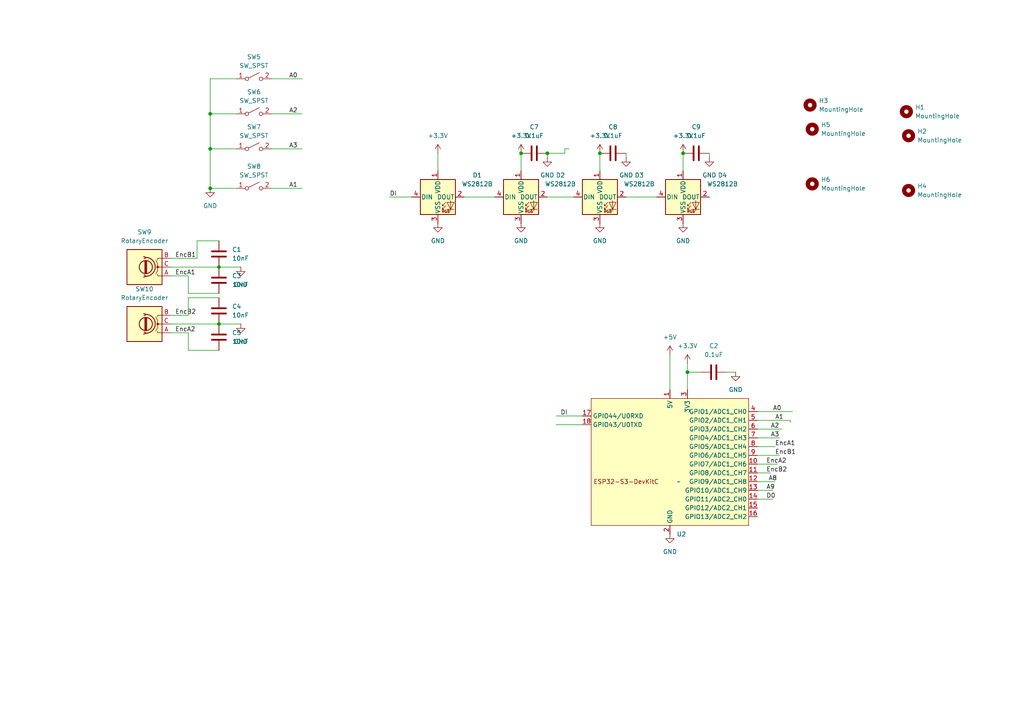
<source format=kicad_sch>
(kicad_sch (version 20231120) (generator "eeschema") (generator_version "8.0")
  (paper "A4")
  (lib_symbols
    (symbol "Device:C" (pin_numbers hide) (pin_names (offset 0.254))
      (property "Reference" "C" (at 0.635 2.54 0))
      (property "Value" "C" (at 0.635 -2.54 0))
      (symbol "C_0_1"
        (polyline (pts (xy -2.032 -0.762) (xy 2.032 -0.762)) (stroke (width 0.508)))
        (polyline (pts (xy -2.032 0.762) (xy 2.032 0.762)) (stroke (width 0.508)))
      )
      (symbol "C_1_1"
        (pin passive line (at 0 3.81 270) (length 2.794) (name "~") (number "1"))
        (pin passive line (at 0 -3.81 90) (length 2.794) (name "~") (number "2"))
      )
    )
    (symbol "Device:RotaryEncoder" (pin_names (offset 0.254) hide)
      (property "Reference" "SW" (at 0 6.604 0))
      (property "Value" "RotaryEncoder" (at 0 -6.604 0))
      (symbol "RotaryEncoder_0_1"
        (rectangle (start -5.08 5.08) (end 5.08 -5.08) (stroke (width 0.254)) (fill (type background)))
        (circle (center -3.81 0) (radius 0.254) (fill (type outline)))
        (circle (center -0.381 0) (radius 1.905) (stroke (width 0.254)))
        (arc (start -0.381 2.667) (mid -3.0988 -0.0635) (end -0.381 -2.794) (stroke (width 0.254)))
        (polyline (pts (xy -0.635 -1.778) (xy -0.635 1.778)) (stroke (width 0.254)))
        (polyline (pts (xy -0.381 -1.778) (xy -0.381 1.778)) (stroke (width 0.254)))
        (polyline (pts (xy -0.127 1.778) (xy -0.127 -1.778)) (stroke (width 0.254)))
        (polyline (pts (xy -5.08 -2.54) (xy -3.81 -2.54) (xy -3.81 -2.032)))
        (polyline (pts (xy -5.08 2.54) (xy -3.81 2.54) (xy -3.81 2.032)))
        (polyline (pts (xy 0.254 -3.048) (xy -0.508 -2.794) (xy 0.127 -2.413)) (stroke (width 0.254)))
        (polyline (pts (xy 0.254 2.921) (xy -0.508 2.667) (xy 0.127 2.286)) (stroke (width 0.254)))
        (polyline (pts (xy -5.08 0) (xy -3.81 0) (xy -3.81 -1.016) (xy -3.302 -2.032)))
        (polyline (pts (xy -4.318 0) (xy -3.81 0) (xy -3.81 1.016) (xy -3.302 2.032)))
      )
      (symbol "RotaryEncoder_1_1"
        (pin passive line (at -7.62 2.54 0) (length 2.54) (name "A") (number "A"))
        (pin passive line (at -7.62 -2.54 0) (length 2.54) (name "B") (number "B"))
        (pin passive line (at -7.62 0 0) (length 2.54) (name "C") (number "C"))
      )
    )
    (symbol "LED:WS2812B" (pin_names (offset 0.254))
      (property "Reference" "D" (at 5.08 5.715 0))
      (property "Value" "WS2812B" (at 1.27 -5.715 0))
      (symbol "WS2812B_0_0"
        (text "RGB" (at 2.286 -4.191 0) (effects (font (size 0.762 0.762))))
      )
      (symbol "WS2812B_0_1"
        (polyline (pts (xy 1.27 -3.556) (xy 1.778 -3.556)))
        (polyline (pts (xy 1.27 -2.54) (xy 1.778 -2.54)))
        (polyline (pts (xy 4.699 -3.556) (xy 2.667 -3.556)))
        (polyline (pts (xy 2.286 -2.54) (xy 1.27 -3.556) (xy 1.27 -3.048)))
        (polyline (pts (xy 2.286 -1.524) (xy 1.27 -2.54) (xy 1.27 -2.032)))
        (polyline (pts (xy 3.683 -1.016) (xy 3.683 -3.556) (xy 3.683 -4.064)))
        (polyline (pts (xy 4.699 -1.524) (xy 2.667 -1.524) (xy 3.683 -3.556) (xy 4.699 -1.524)))
        (rectangle (start 5.08 5.08) (end -5.08 -5.08) (stroke (width 0.254)) (fill (type background)))
      )
      (symbol "WS2812B_1_1"
        (pin power_in line (at 0 7.62 270) (length 2.54) (name "VDD") (number "1"))
        (pin output line (at 7.62 0 180) (length 2.54) (name "DOUT") (number "2"))
        (pin power_in line (at 0 -7.62 90) (length 2.54) (name "VSS") (number "3"))
        (pin input line (at -7.62 0 0) (length 2.54) (name "DIN") (number "4"))
      )
    )
    (symbol "Mechanical:MountingHole" (pin_names (offset 1.016)) (exclude_from_sim yes) (in_bom no)
      (property "Reference" "H" (at 0 5.08 0))
      (property "Value" "MountingHole" (at 0 3.175 0))
      (symbol "MountingHole_0_1"
        (circle (center 0 0) (radius 1.27) (stroke (width 1.27)))
      )
    )
    (symbol "Switch:SW_SPST" (pin_names (offset 0) hide)
      (property "Reference" "SW" (at 0 3.175 0))
      (property "Value" "SW_SPST" (at 0 -2.54 0))
      (symbol "SW_SPST_0_0"
        (circle (center -2.032 0) (radius 0.508))
        (polyline (pts (xy -1.524 0.254) (xy 1.524 1.778)))
        (circle (center 2.032 0) (radius 0.508))
      )
      (symbol "SW_SPST_1_1"
        (pin passive line (at -5.08 0 0) (length 2.54) (name "A") (number "1"))
        (pin passive line (at 5.08 0 180) (length 2.54) (name "B") (number "2"))
      )
    )
    (symbol "hattwick:Wifiduino-ESP32S3"
      (property "Reference" "U" (at -22.86 46.99 0))
      (symbol "Wifiduino-ESP32S3_0_0"
        (text "ESP32-S3-DevKitC" (at -15.24 0 0) (effects (font (size 1.27 1.27))))
      )
      (symbol "Wifiduino-ESP32S3_0_1"
        (rectangle (start -25.4 24.13) (end 20.32 -12.7) (fill (type background)))
      )
      (symbol "Wifiduino-ESP32S3_1_0"
        (pin bidirectional line (at 22.86 -10.16 180) (length 2.54) (name "GPIO13/ADC2_CH2") (number "16"))
        (pin bidirectional line (at -27.94 19.05 0) (length 2.54) (name "GPIO44/U0RXD") (number "17"))
        (pin bidirectional line (at -27.94 16.51 0) (length 2.54) (name "GPIO43/U0TXD") (number "18"))
        (pin power_in line (at -2.54 -15.24 90) (length 2.54) (name "GND") (number "2"))
        (pin bidirectional line (at 22.86 20.32 180) (length 2.54) (name "GPIO1/ADC1_CH0") (number "4"))
        (pin bidirectional line (at 22.86 17.78 180) (length 2.54) (name "GPIO2/ADC1_CH1") (number "5"))
      )
      (symbol "Wifiduino-ESP32S3_1_1"
        (pin power_in line (at -2.54 26.67 270) (length 2.54) (name "5V") (number "1"))
        (pin bidirectional line (at 22.86 5.08 180) (length 2.54) (name "GPIO7/ADC1_CH6") (number "10"))
        (pin bidirectional line (at 22.86 2.54 180) (length 2.54) (name "GPIO8/ADC1_CH7") (number "11"))
        (pin bidirectional line (at 22.86 0 180) (length 2.54) (name "GPIO9/ADC1_CH8") (number "12"))
        (pin bidirectional line (at 22.86 -2.54 180) (length 2.54) (name "GPIO10/ADC1_CH9") (number "13"))
        (pin bidirectional line (at 22.86 -5.08 180) (length 2.54) (name "GPIO11/ADC2_CH0") (number "14"))
        (pin bidirectional line (at 22.86 -7.62 180) (length 2.54) (name "GPIO12/ADC2_CH1") (number "15"))
        (pin power_in line (at 2.54 26.67 270) (length 2.54) (name "3V3") (number "3"))
        (pin bidirectional line (at 22.86 15.24 180) (length 2.54) (name "GPIO3/ADC1_CH2") (number "6"))
        (pin bidirectional line (at 22.86 12.7 180) (length 2.54) (name "GPIO4/ADC1_CH3") (number "7"))
        (pin bidirectional line (at 22.86 10.16 180) (length 2.54) (name "GPIO5/ADC1_CH4") (number "8"))
        (pin bidirectional line (at 22.86 7.62 180) (length 2.54) (name "GPIO6/ADC1_CH5") (number "9"))
      )
    )
    (symbol "power:+3.3V" (power) (pin_numbers hide) (pin_names (offset 0) hide)
      (property "Value" "+3.3V" (at 0 3.556 0))
      (symbol "+3.3V_0_1"
        (polyline (pts (xy -0.762 1.27) (xy 0 2.54)))
        (polyline (pts (xy 0 0) (xy 0 2.54)))
        (polyline (pts (xy 0 2.54) (xy 0.762 1.27)))
      )
      (symbol "+3.3V_1_1"
        (pin power_in line (at 0 0 90) (length 0) (name "~") (number "1"))
      )
    )
    (symbol "power:+5V" (power) (pin_numbers hide) (pin_names (offset 0) hide)
      (property "Value" "+5V" (at 0 3.556 0))
      (symbol "+5V_0_1"
        (polyline (pts (xy -0.762 1.27) (xy 0 2.54)))
        (polyline (pts (xy 0 0) (xy 0 2.54)))
        (polyline (pts (xy 0 2.54) (xy 0.762 1.27)))
      )
      (symbol "+5V_1_1"
        (pin power_in line (at 0 0 90) (length 0) (name "~") (number "1"))
      )
    )
    (symbol "power:GND" (power) (pin_numbers hide) (pin_names (offset 0) hide)
      (property "Value" "GND" (at 0 -3.81 0))
      (symbol "GND_0_1"
        (polyline (pts (xy 0 0) (xy 0 -1.27) (xy 1.27 -1.27) (xy 0 -2.54) (xy -1.27 -1.27) (xy 0 -1.27)))
      )
      (symbol "GND_1_1"
        (pin power_in line (at 0 0 270) (length 0) (name "~") (number "1"))
      )
    )
  )
  (junction (at 60.96 33.02))
  (junction (at 63.5 77.47))
  (junction (at 199.39 107.95))
  (junction (at 158.75 44.45))
  (junction (at 63.5 93.98))
  (junction (at 198.12 44.45))
  (junction (at 60.96 54.61))
  (junction (at 60.96 43.18))
  (junction (at 173.99 44.45))
  (junction (at 151.13 44.45))
  (wire (pts (xy 57.15 74.93) (xy 57.15 69.85)))
  (wire (pts (xy 219.71 134.62) (xy 225.425 134.62)))
  (wire (pts (xy 219.71 144.78) (xy 224.155 144.78)))
  (wire (pts (xy 181.61 44.45) (xy 181.61 45.72)))
  (wire (pts (xy 219.71 121.92) (xy 229.235 121.92)))
  (wire (pts (xy 219.71 129.54) (xy 224.79 129.54)))
  (wire (pts (xy 229.235 121.92) (xy 229.235 122.555)))
  (wire (pts (xy 49.53 91.44) (xy 54.61 91.44)))
  (wire (pts (xy 181.61 57.15) (xy 190.5 57.15)))
  (wire (pts (xy 199.39 107.95) (xy 199.39 113.03)))
  (wire (pts (xy 205.74 44.45) (xy 205.74 45.72)))
  (wire (pts (xy 199.39 105.41) (xy 199.39 107.95)))
  (wire (pts (xy 113.03 57.15) (xy 119.38 57.15)))
  (wire (pts (xy 219.71 139.7) (xy 224.79 139.7)))
  (wire (pts (xy 60.96 43.18) (xy 68.58 43.18)))
  (wire (pts (xy 54.61 85.09) (xy 63.5 85.09)))
  (wire (pts (xy 63.5 77.47) (xy 69.85 77.47)))
  (wire (pts (xy 219.71 124.46) (xy 226.695 124.46)))
  (wire (pts (xy 163.83 43.18) (xy 163.83 44.45)))
  (wire (pts (xy 151.13 44.45) (xy 151.13 49.53)))
  (wire (pts (xy 219.71 119.38) (xy 229.87 119.38)))
  (wire (pts (xy 49.53 74.93) (xy 57.15 74.93)))
  (wire (pts (xy 219.71 137.16) (xy 223.52 137.16)))
  (wire (pts (xy 158.75 44.45) (xy 158.75 45.72)))
  (wire (pts (xy 60.96 33.02) (xy 60.96 43.18)))
  (wire (pts (xy 60.96 22.86) (xy 68.58 22.86)))
  (wire (pts (xy 60.96 54.61) (xy 68.58 54.61)))
  (wire (pts (xy 158.75 57.15) (xy 166.37 57.15)))
  (wire (pts (xy 127 44.45) (xy 127 49.53)))
  (wire (pts (xy 49.53 80.01) (xy 54.61 80.01)))
  (wire (pts (xy 199.39 107.95) (xy 203.2 107.95)))
  (wire (pts (xy 78.74 22.86) (xy 87.63 22.86)))
  (wire (pts (xy 165.1 43.18) (xy 163.83 43.18)))
  (wire (pts (xy 54.61 96.52) (xy 54.61 101.6)))
  (wire (pts (xy 49.53 93.98) (xy 63.5 93.98)))
  (wire (pts (xy 54.61 86.36) (xy 63.5 86.36)))
  (wire (pts (xy 54.61 85.09) (xy 54.61 80.01)))
  (wire (pts (xy 219.71 127) (xy 226.06 127)))
  (wire (pts (xy 219.71 142.24) (xy 224.155 142.24)))
  (wire (pts (xy 134.62 57.15) (xy 143.51 57.15)))
  (wire (pts (xy 54.61 101.6) (xy 63.5 101.6)))
  (wire (pts (xy 163.83 44.45) (xy 158.75 44.45)))
  (wire (pts (xy 63.5 93.98) (xy 69.85 93.98)))
  (wire (pts (xy 60.96 22.86) (xy 60.96 33.02)))
  (wire (pts (xy 210.82 107.95) (xy 213.36 107.95)))
  (wire (pts (xy 219.71 132.08) (xy 226.06 132.08)))
  (wire (pts (xy 78.74 54.61) (xy 87.63 54.61)))
  (wire (pts (xy 78.74 33.02) (xy 87.63 33.02)))
  (wire (pts (xy 54.61 91.44) (xy 54.61 86.36)))
  (wire (pts (xy 63.5 69.85) (xy 57.15 69.85)))
  (wire (pts (xy 161.29 123.19) (xy 168.91 123.19)))
  (wire (pts (xy 60.96 43.18) (xy 60.96 54.61)))
  (wire (pts (xy 198.12 44.45) (xy 198.12 49.53)))
  (wire (pts (xy 49.53 96.52) (xy 54.61 96.52)))
  (wire (pts (xy 161.29 120.65) (xy 168.91 120.65)))
  (wire (pts (xy 194.31 102.87) (xy 194.31 113.03)))
  (wire (pts (xy 60.96 33.02) (xy 68.58 33.02)))
  (wire (pts (xy 173.99 44.45) (xy 173.99 49.53)))
  (wire (pts (xy 78.74 43.18) (xy 87.63 43.18)))
  (wire (pts (xy 49.53 77.47) (xy 63.5 77.47)))
  (label "A0" (at 83.82 22.86 0))
  (label "A1" (at 83.82 54.61 0))
  (label "A9" (at 222.25 142.24 0))
  (label "EncA1" (at 224.79 129.54 0))
  (label "DI" (at 162.56 120.65 0))
  (label "A2" (at 223.52 124.46 0))
  (label "A0" (at 224.155 119.38 0))
  (label "A3" (at 223.52 127 0))
  (label "EncB2" (at 50.8 91.44 0))
  (label "EncA2" (at 50.8 96.52 0))
  (label "A3" (at 83.82 43.18 0))
  (label "A8" (at 222.885 139.7 0))
  (label "EncB2" (at 222.25 137.16 0))
  (label "A2" (at 83.82 33.02 0))
  (label "D0" (at 222.25 144.78 0))
  (label "EncA2" (at 222.25 134.62 0))
  (label "EncA1" (at 50.8 80.01 0))
  (label "EncB1" (at 224.79 132.08 0))
  (label "A1" (at 224.79 121.92 0))
  (label "DI" (at 113.03 57.15 0))
  (label "EncB1" (at 50.8 74.93 0))
  (symbol (lib_id "Mechanical:MountingHole") (at 235.585 37.465 0) (unit 1)
    (property "Reference" "H5" (at 238.125 36.195 0) (effects (justify left)))
    (property "Value" "MountingHole" (at 238.125 38.735 0) (effects (justify left)))
    (property "Footprint" "MountingHole:MountingHole_3.2mm_M3" (effects (hide yes)))
    (property "Description" "Mounting Hole without connection" (effects (hide yes)))
  )
  (symbol (lib_id "Switch:SW_SPST") (at 73.66 43.18 0) (unit 1)
    (property "Reference" "SW7" (at 73.66 36.83 0))
    (property "Value" "SW_SPST" (at 73.66 39.37 0))
    (property "Footprint" "Button_Switch_Keyboard:SW_Cherry_MX_1.00u_PCB" (effects (hide yes)))
    (property "Description" "Single Pole Single Throw (SPST) switch" (effects (hide yes)))
  )
  (symbol (lib_id "LED:WS2812B") (at 173.99 57.15 0) (unit 1)
    (property "Reference" "D3" (at 185.42 50.8314 0))
    (property "Value" "WS2812B" (at 185.42 53.3714 0))
    (property "Footprint" "LED_SMD:LED_WS2812B_PLCC4_5.0x5.0mm_P3.2mm" (effects (hide yes)))
    (property "Datasheet" "https://cdn-shop.adafruit.com/datasheets/WS2812B.pdf" (effects (hide yes)))
    (property "Description" "RGB LED with integrated controller" (effects (hide yes)))
  )
  (symbol (lib_id "Device:C") (at 154.94 44.45 270) (unit 1)
    (property "Reference" "C7" (at 154.94 36.83 90))
    (property "Value" "0.1uF" (at 154.94 39.37 90))
    (property "Footprint" "Capacitor_SMD:C_0805_2012Metric_Pad1.18x1.45mm_HandSolder" (effects (hide yes)))
    (property "Description" "Unpolarized capacitor" (effects (hide yes)))
  )
  (symbol (lib_id "power:+3.3V") (at 173.99 44.45 0) (unit 1)
    (property "Reference" "#PWR013" (effects (hide yes)))
    (property "Value" "+3.3V" (at 173.99 39.37 0))
    (property "Description" "Power symbol creates a global label with name \"+3.3V\"" (effects (hide yes)))
  )
  (symbol (lib_id "power:+3.3V") (at 198.12 44.45 0) (unit 1)
    (property "Reference" "#PWR011" (effects (hide yes)))
    (property "Value" "+3.3V" (at 198.12 39.37 0))
    (property "Description" "Power symbol creates a global label with name \"+3.3V\"" (effects (hide yes)))
  )
  (symbol (lib_id "Device:C") (at 63.5 90.17 0) (unit 1)
    (property "Reference" "C4" (at 67.31 88.8999 0) (effects (justify left)))
    (property "Value" "10nF" (at 67.31 91.4399 0) (effects (justify left)))
    (property "Footprint" "Capacitor_SMD:C_0805_2012Metric_Pad1.18x1.45mm_HandSolder" (effects (hide yes)))
    (property "Description" "Unpolarized capacitor" (effects (hide yes)))
  )
  (symbol (lib_id "LED:WS2812B") (at 198.12 57.15 0) (unit 1)
    (property "Reference" "D4" (at 209.55 50.8314 0))
    (property "Value" "WS2812B" (at 209.55 53.3714 0))
    (property "Footprint" "LED_SMD:LED_WS2812B_PLCC4_5.0x5.0mm_P3.2mm" (effects (hide yes)))
    (property "Datasheet" "https://cdn-shop.adafruit.com/datasheets/WS2812B.pdf" (effects (hide yes)))
    (property "Description" "RGB LED with integrated controller" (effects (hide yes)))
  )
  (symbol (lib_id "Mechanical:MountingHole") (at 263.525 39.37 0) (unit 1)
    (property "Reference" "H2" (at 266.065 38.1 0) (effects (justify left)))
    (property "Value" "MountingHole" (at 266.065 40.64 0) (effects (justify left)))
    (property "Footprint" "MountingHole:MountingHole_3.2mm_M3" (effects (hide yes)))
    (property "Description" "Mounting Hole without connection" (effects (hide yes)))
  )
  (symbol (lib_id "power:GND") (at 198.12 64.77 0) (unit 1)
    (property "Reference" "#PWR014" (effects (hide yes)))
    (property "Value" "GND" (at 198.12 69.85 0))
    (property "Description" "Power symbol creates a global label with name \"GND\" , ground" (effects (hide yes)))
  )
  (symbol (lib_id "Switch:SW_SPST") (at 73.66 22.86 0) (unit 1)
    (property "Reference" "SW5" (at 73.66 16.51 0))
    (property "Value" "SW_SPST" (at 73.66 19.05 0))
    (property "Footprint" "Button_Switch_Keyboard:SW_Cherry_MX_1.00u_PCB" (effects (hide yes)))
    (property "Description" "Single Pole Single Throw (SPST) switch" (effects (hide yes)))
  )
  (symbol (lib_id "power:+3.3V") (at 151.13 44.45 0) (unit 1)
    (property "Reference" "#PWR015" (effects (hide yes)))
    (property "Value" "+3.3V" (at 151.13 39.37 0))
    (property "Description" "Power symbol creates a global label with name \"+3.3V\"" (effects (hide yes)))
  )
  (symbol (lib_id "power:GND") (at 151.13 64.77 0) (unit 1)
    (property "Reference" "#PWR08" (effects (hide yes)))
    (property "Value" "GND" (at 151.13 69.85 0))
    (property "Description" "Power symbol creates a global label with name \"GND\" , ground" (effects (hide yes)))
  )
  (symbol (lib_id "Mechanical:MountingHole") (at 263.525 55.245 0) (unit 1)
    (property "Reference" "H4" (at 266.065 53.975 0) (effects (justify left)))
    (property "Value" "MountingHole" (at 266.065 56.515 0) (effects (justify left)))
    (property "Footprint" "MountingHole:MountingHole_3.2mm_M3" (effects (hide yes)))
    (property "Description" "Mounting Hole without connection" (effects (hide yes)))
  )
  (symbol (lib_id "hattwick:Wifiduino-ESP32S3") (at 196.85 139.7 0) (unit 1)
    (property "Reference" "U2" (at 196.2659 154.94 0) (effects (justify left)))
    (property "Value" "~" (at 196.85 139.7 0))
    (property "Footprint" "ih_kicad:Wifiduino-ESP32S3-SMD" (effects (hide yes)))
  )
  (symbol (lib_id "power:GND") (at 69.85 93.98 0) (unit 1)
    (property "Reference" "#PWR05" (effects (hide yes)))
    (property "Value" "GND" (at 69.85 99.06 0))
    (property "Description" "Power symbol creates a global label with name \"GND\" , ground" (effects (hide yes)))
  )
  (symbol (lib_id "power:GND") (at 173.99 64.77 0) (unit 1)
    (property "Reference" "#PWR012" (effects (hide yes)))
    (property "Value" "GND" (at 173.99 69.85 0))
    (property "Description" "Power symbol creates a global label with name \"GND\" , ground" (effects (hide yes)))
  )
  (symbol (lib_id "LED:WS2812B") (at 151.13 57.15 0) (unit 1)
    (property "Reference" "D2" (at 162.56 50.8314 0))
    (property "Value" "WS2812B" (at 162.56 53.3714 0))
    (property "Footprint" "LED_SMD:LED_WS2812B_PLCC4_5.0x5.0mm_P3.2mm" (effects (hide yes)))
    (property "Datasheet" "https://cdn-shop.adafruit.com/datasheets/WS2812B.pdf" (effects (hide yes)))
    (property "Description" "RGB LED with integrated controller" (effects (hide yes)))
  )
  (symbol (lib_id "power:GND") (at 181.61 45.72 0) (unit 1)
    (property "Reference" "#PWR018" (effects (hide yes)))
    (property "Value" "GND" (at 181.61 50.8 0))
    (property "Description" "Power symbol creates a global label with name \"GND\" , ground" (effects (hide yes)))
  )
  (symbol (lib_id "power:+3.3V") (at 199.39 105.41 0) (unit 1)
    (property "Reference" "#PWR02" (effects (hide yes)))
    (property "Value" "+3.3V" (at 199.39 100.33 0))
    (property "Description" "Power symbol creates a global label with name \"+3.3V\"" (effects (hide yes)))
  )
  (symbol (lib_id "power:GND") (at 69.85 77.47 0) (unit 1)
    (property "Reference" "#PWR04" (effects (hide yes)))
    (property "Value" "GND" (at 69.85 82.55 0))
    (property "Description" "Power symbol creates a global label with name \"GND\" , ground" (effects (hide yes)))
  )
  (symbol (lib_id "Device:C") (at 201.93 44.45 270) (unit 1)
    (property "Reference" "C9" (at 201.93 36.83 90))
    (property "Value" "0.1uF" (at 201.93 39.37 90))
    (property "Footprint" "Capacitor_SMD:C_0805_2012Metric_Pad1.18x1.45mm_HandSolder" (effects (hide yes)))
    (property "Description" "Unpolarized capacitor" (effects (hide yes)))
  )
  (symbol (lib_id "power:GND") (at 194.31 154.94 0) (unit 1)
    (property "Reference" "#PWR01" (effects (hide yes)))
    (property "Value" "GND" (at 194.31 160.02 0))
    (property "Description" "Power symbol creates a global label with name \"GND\" , ground" (effects (hide yes)))
  )
  (symbol (lib_id "Mechanical:MountingHole") (at 235.585 53.34 0) (unit 1)
    (property "Reference" "H6" (at 238.125 52.07 0) (effects (justify left)))
    (property "Value" "MountingHole" (at 238.125 54.61 0) (effects (justify left)))
    (property "Footprint" "MountingHole:MountingHole_3.2mm_M3" (effects (hide yes)))
    (property "Description" "Mounting Hole without connection" (effects (hide yes)))
  )
  (symbol (lib_id "Switch:SW_SPST") (at 73.66 33.02 0) (unit 1)
    (property "Reference" "SW6" (at 73.66 26.67 0))
    (property "Value" "SW_SPST" (at 73.66 29.21 0))
    (property "Footprint" "Button_Switch_Keyboard:SW_Cherry_MX_1.00u_PCB" (effects (hide yes)))
    (property "Description" "Single Pole Single Throw (SPST) switch" (effects (hide yes)))
  )
  (symbol (lib_id "power:+5V") (at 194.31 102.87 0) (unit 1)
    (property "Reference" "#PWR010" (effects (hide yes)))
    (property "Value" "+5V" (at 194.31 97.79 0))
    (property "Description" "Power symbol creates a global label with name \"+5V\"" (effects (hide yes)))
  )
  (symbol (lib_id "Mechanical:MountingHole") (at 262.89 32.385 0) (unit 1)
    (property "Reference" "H1" (at 265.43 31.115 0) (effects (justify left)))
    (property "Value" "MountingHole" (at 265.43 33.655 0) (effects (justify left)))
    (property "Footprint" "MountingHole:MountingHole_3.2mm_M3" (effects (hide yes)))
    (property "Description" "Mounting Hole without connection" (effects (hide yes)))
  )
  (symbol (lib_id "power:GND") (at 158.75 45.72 0) (unit 1)
    (property "Reference" "#PWR017" (effects (hide yes)))
    (property "Value" "GND" (at 158.75 50.8 0))
    (property "Description" "Power symbol creates a global label with name \"GND\" , ground" (effects (hide yes)))
  )
  (symbol (lib_id "Device:C") (at 63.5 73.66 0) (unit 1)
    (property "Reference" "C1" (at 67.31 72.3899 0) (effects (justify left)))
    (property "Value" "10nF" (at 67.31 74.9299 0) (effects (justify left)))
    (property "Footprint" "Capacitor_SMD:C_0805_2012Metric_Pad1.18x1.45mm_HandSolder" (effects (hide yes)))
    (property "Description" "Unpolarized capacitor" (effects (hide yes)))
  )
  (symbol (lib_id "Device:RotaryEncoder") (at 41.91 77.47 180) (unit 1)
    (property "Reference" "SW9" (at 41.91 67.31 0))
    (property "Value" "RotaryEncoder" (at 41.91 69.85 0))
    (property "Footprint" "ih_kicad:EC10E1220505_AAL" (effects (hide yes)))
    (property "Description" "Rotary encoder, dual channel, incremental quadrate outputs" (effects (hide yes)))
  )
  (symbol (lib_id "Switch:SW_SPST") (at 73.66 54.61 0) (unit 1)
    (property "Reference" "SW8" (at 73.66 48.26 0))
    (property "Value" "SW_SPST" (at 73.66 50.8 0))
    (property "Footprint" "Button_Switch_Keyboard:SW_Cherry_MX_1.00u_PCB" (effects (hide yes)))
    (property "Description" "Single Pole Single Throw (SPST) switch" (effects (hide yes)))
  )
  (symbol (lib_id "power:GND") (at 127 64.77 0) (unit 1)
    (property "Reference" "#PWR07" (effects (hide yes)))
    (property "Value" "GND" (at 127 69.85 0))
    (property "Description" "Power symbol creates a global label with name \"GND\" , ground" (effects (hide yes)))
  )
  (symbol (lib_id "Device:C") (at 63.5 97.79 0) (unit 1)
    (property "Reference" "C5" (at 67.31 96.5199 0) (effects (justify left)))
    (property "Value" "10nF" (at 67.31 99.0599 0) (effects (justify left)))
    (property "Footprint" "Capacitor_SMD:C_0805_2012Metric_Pad1.18x1.45mm_HandSolder" (effects (hide yes)))
    (property "Description" "Unpolarized capacitor" (effects (hide yes)))
  )
  (symbol (lib_id "power:GND") (at 60.96 54.61 0) (unit 1)
    (property "Reference" "#PWR03" (effects (hide yes)))
    (property "Value" "GND" (at 60.96 59.69 0))
    (property "Description" "Power symbol creates a global label with name \"GND\" , ground" (effects (hide yes)))
  )
  (symbol (lib_id "power:GND") (at 213.36 107.95 0) (unit 1)
    (property "Reference" "#PWR09" (effects (hide yes)))
    (property "Value" "GND" (at 213.36 113.03 0))
    (property "Description" "Power symbol creates a global label with name \"GND\" , ground" (effects (hide yes)))
  )
  (symbol (lib_id "Mechanical:MountingHole") (at 234.95 30.48 0) (unit 1)
    (property "Reference" "H3" (at 237.49 29.21 0) (effects (justify left)))
    (property "Value" "MountingHole" (at 237.49 31.75 0) (effects (justify left)))
    (property "Footprint" "MountingHole:MountingHole_3.2mm_M3" (effects (hide yes)))
    (property "Description" "Mounting Hole without connection" (effects (hide yes)))
  )
  (symbol (lib_id "power:GND") (at 205.74 45.72 0) (unit 1)
    (property "Reference" "#PWR019" (effects (hide yes)))
    (property "Value" "GND" (at 205.74 50.8 0))
    (property "Description" "Power symbol creates a global label with name \"GND\" , ground" (effects (hide yes)))
  )
  (symbol (lib_id "Device:C") (at 207.01 107.95 270) (unit 1)
    (property "Reference" "C2" (at 207.01 100.33 90))
    (property "Value" "0.1uF" (at 207.01 102.87 90))
    (property "Footprint" "Capacitor_SMD:C_0805_2012Metric_Pad1.18x1.45mm_HandSolder" (effects (hide yes)))
    (property "Description" "Unpolarized capacitor" (effects (hide yes)))
  )
  (symbol (lib_id "Device:C") (at 177.8 44.45 270) (unit 1)
    (property "Reference" "C8" (at 177.8 36.83 90))
    (property "Value" "0.1uF" (at 177.8 39.37 90))
    (property "Footprint" "Capacitor_SMD:C_0805_2012Metric_Pad1.18x1.45mm_HandSolder" (effects (hide yes)))
    (property "Description" "Unpolarized capacitor" (effects (hide yes)))
  )
  (symbol (lib_id "power:+3.3V") (at 127 44.45 0) (unit 1)
    (property "Reference" "#PWR016" (effects (hide yes)))
    (property "Value" "+3.3V" (at 127 39.37 0))
    (property "Description" "Power symbol creates a global label with name \"+3.3V\"" (effects (hide yes)))
  )
  (symbol (lib_id "Device:RotaryEncoder") (at 41.91 93.98 180) (unit 1)
    (property "Reference" "SW10" (at 41.91 83.82 0))
    (property "Value" "RotaryEncoder" (at 41.91 86.36 0))
    (property "Footprint" "ih_kicad:EC10E1220505_AAL" (effects (hide yes)))
    (property "Description" "Rotary encoder, dual channel, incremental quadrate outputs" (effects (hide yes)))
  )
  (symbol (lib_id "LED:WS2812B") (at 127 57.15 0) (unit 1)
    (property "Reference" "D1" (at 138.43 50.8314 0))
    (property "Value" "WS2812B" (at 138.43 53.3714 0))
    (property "Footprint" "LED_SMD:LED_WS2812B_PLCC4_5.0x5.0mm_P3.2mm" (effects (hide yes)))
    (property "Datasheet" "https://cdn-shop.adafruit.com/datasheets/WS2812B.pdf" (effects (hide yes)))
    (property "Description" "RGB LED with integrated controller" (effects (hide yes)))
  )
  (symbol (lib_id "Device:C") (at 63.5 81.28 0) (unit 1)
    (property "Reference" "C3" (at 67.31 80.0099 0) (effects (justify left)))
    (property "Value" "10nF" (at 67.31 82.5499 0) (effects (justify left)))
    (property "Footprint" "Capacitor_SMD:C_0805_2012Metric_Pad1.18x1.45mm_HandSolder" (effects (hide yes)))
    (property "Description" "Unpolarized capacitor" (effects (hide yes)))
  )
)
</source>
